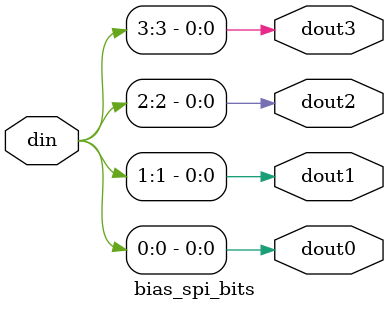
<source format=v>
`timescale 1ns / 1ps
module bias_spi_bits(
    input	[3:0]	din		,
    output			dout0	,
    output 			dout1	,
    output 			dout2	,
    output 			dout3
    );

assign dout0 = din[0];
assign dout1 = din[1];
assign dout2 = din[2];
assign dout3 = din[3];

endmodule

</source>
